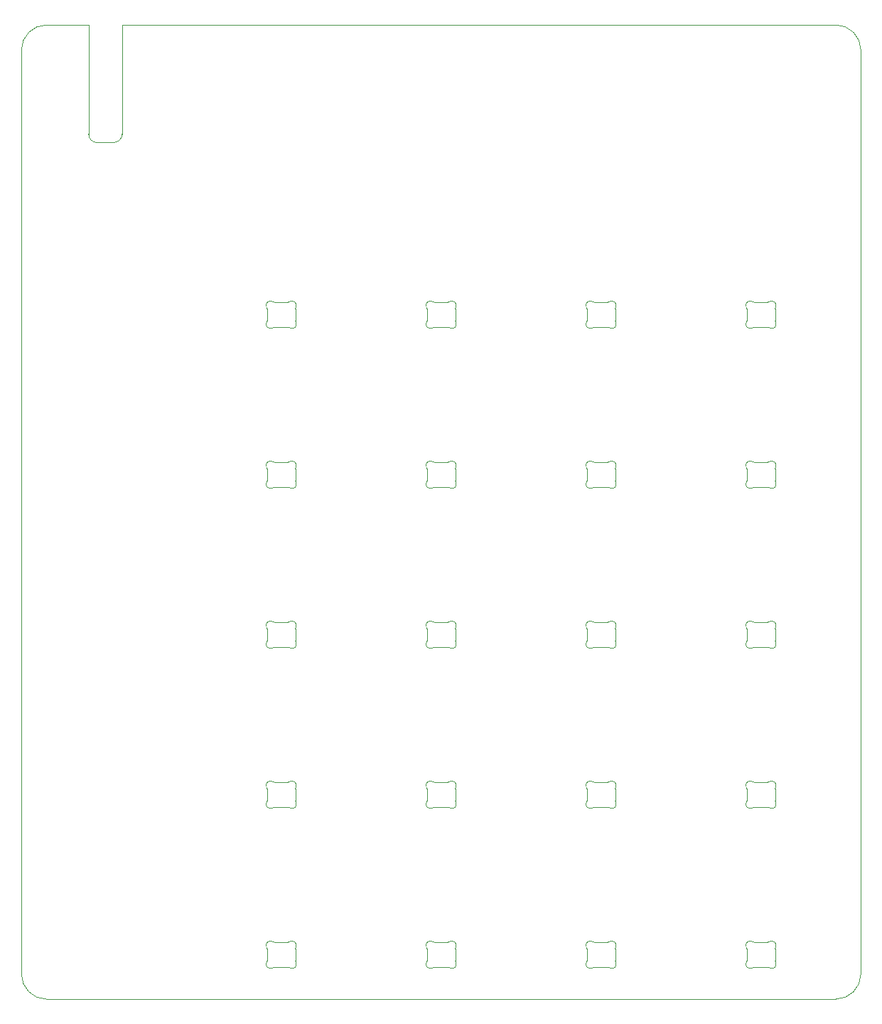
<source format=gbr>
%TF.GenerationSoftware,KiCad,Pcbnew,8.0.0*%
%TF.CreationDate,2024-11-26T10:36:05-05:00*%
%TF.ProjectId,macropad,6d616372-6f70-4616-942e-6b696361645f,v1.0*%
%TF.SameCoordinates,Original*%
%TF.FileFunction,Profile,NP*%
%FSLAX46Y46*%
G04 Gerber Fmt 4.6, Leading zero omitted, Abs format (unit mm)*
G04 Created by KiCad (PCBNEW 8.0.0) date 2024-11-26 10:36:05*
%MOMM*%
%LPD*%
G01*
G04 APERTURE LIST*
%TA.AperFunction,Profile*%
%ADD10C,0.100000*%
%TD*%
G04 APERTURE END LIST*
D10*
X64940000Y-47682402D02*
G75*
G02*
X63940000Y-46682402I0J1000000D01*
G01*
X67940000Y-46682402D02*
G75*
G02*
X66940000Y-47682402I-1000000J0D01*
G01*
X63940000Y-33682402D02*
X58940000Y-33682402D01*
X55940000Y-36682402D02*
X55940000Y-146682402D01*
X67940000Y-33682402D02*
X152940000Y-33682402D01*
X67940000Y-33682402D02*
X67940000Y-46682402D01*
X63940000Y-33682402D02*
X63940000Y-46682402D01*
X152940000Y-149682402D02*
X58940000Y-149682402D01*
X64940000Y-47682402D02*
X66940000Y-47682402D01*
X58940000Y-149682402D02*
G75*
G02*
X55939998Y-146682402I0J3000002D01*
G01*
X155940000Y-36682402D02*
X155940000Y-146682402D01*
X152940000Y-33682402D02*
G75*
G02*
X155939998Y-36682402I0J-2999998D01*
G01*
X55940000Y-36682402D02*
G75*
G02*
X58940000Y-33682400I3000000J2D01*
G01*
X155940000Y-146682402D02*
G75*
G02*
X152940000Y-149682400I-3000000J2D01*
G01*
%TO.C,LED14*%
X123290001Y-126040243D02*
X123290001Y-124634559D01*
X124195548Y-123837402D02*
X125784453Y-123837402D01*
X125784452Y-126837401D02*
X124195548Y-126837401D01*
X126689999Y-124634559D02*
X126689999Y-126040243D01*
X123240515Y-124417681D02*
G75*
G02*
X123290000Y-124634559I-450504J-216876D01*
G01*
X123240517Y-124417681D02*
G75*
G02*
X123943289Y-123769103I450514J216878D01*
G01*
X123290001Y-126040244D02*
G75*
G02*
X123240516Y-126257121I-499990J-1D01*
G01*
X123943289Y-126905697D02*
G75*
G02*
X123240517Y-126257122I-252258J431699D01*
G01*
X123943290Y-126905700D02*
G75*
G02*
X124195548Y-126837401I252261J-431710D01*
G01*
X124195547Y-123837401D02*
G75*
G02*
X123943289Y-123769102I3J500009D01*
G01*
X125784452Y-126837401D02*
G75*
G02*
X126036711Y-126905700I-2J-500011D01*
G01*
X126036710Y-123769102D02*
G75*
G02*
X125784453Y-123837401I-252260J431710D01*
G01*
X126036711Y-123769104D02*
G75*
G02*
X126739483Y-124417680I252259J-431698D01*
G01*
X126689999Y-124634558D02*
G75*
G02*
X126739482Y-124417680I499941J16D01*
G01*
X126739483Y-126257120D02*
G75*
G02*
X126036711Y-126905700I-450513J-216880D01*
G01*
X126739484Y-126257121D02*
G75*
G02*
X126690009Y-126040243I449916J216719D01*
G01*
%TO.C,LED9*%
X85190001Y-106990243D02*
X85190001Y-105584559D01*
X86095548Y-104787402D02*
X87684453Y-104787402D01*
X87684452Y-107787401D02*
X86095548Y-107787401D01*
X88589999Y-105584559D02*
X88589999Y-106990243D01*
X85140515Y-105367681D02*
G75*
G02*
X85190000Y-105584559I-450504J-216876D01*
G01*
X85140517Y-105367681D02*
G75*
G02*
X85843289Y-104719103I450514J216878D01*
G01*
X85190001Y-106990244D02*
G75*
G02*
X85140516Y-107207121I-499990J-1D01*
G01*
X85843289Y-107855697D02*
G75*
G02*
X85140517Y-107207122I-252258J431699D01*
G01*
X85843290Y-107855700D02*
G75*
G02*
X86095548Y-107787401I252261J-431710D01*
G01*
X86095547Y-104787401D02*
G75*
G02*
X85843289Y-104719102I3J500009D01*
G01*
X87684452Y-107787401D02*
G75*
G02*
X87936711Y-107855700I-2J-500011D01*
G01*
X87936710Y-104719102D02*
G75*
G02*
X87684453Y-104787401I-252260J431710D01*
G01*
X87936711Y-104719104D02*
G75*
G02*
X88639483Y-105367680I252259J-431698D01*
G01*
X88589999Y-105584558D02*
G75*
G02*
X88639482Y-105367680I499941J16D01*
G01*
X88639483Y-107207120D02*
G75*
G02*
X87936711Y-107855700I-450513J-216880D01*
G01*
X88639484Y-107207121D02*
G75*
G02*
X88590009Y-106990243I449916J216719D01*
G01*
%TO.C,LED20*%
X142340001Y-145090243D02*
X142340001Y-143684559D01*
X143245548Y-142887402D02*
X144834453Y-142887402D01*
X144834452Y-145887401D02*
X143245548Y-145887401D01*
X145739999Y-143684559D02*
X145739999Y-145090243D01*
X142290515Y-143467681D02*
G75*
G02*
X142340000Y-143684559I-450504J-216876D01*
G01*
X142290517Y-143467681D02*
G75*
G02*
X142993289Y-142819103I450514J216878D01*
G01*
X142340001Y-145090244D02*
G75*
G02*
X142290516Y-145307121I-499990J-1D01*
G01*
X142993289Y-145955697D02*
G75*
G02*
X142290517Y-145307122I-252258J431699D01*
G01*
X142993290Y-145955700D02*
G75*
G02*
X143245548Y-145887401I252261J-431710D01*
G01*
X143245547Y-142887401D02*
G75*
G02*
X142993289Y-142819102I3J500009D01*
G01*
X144834452Y-145887401D02*
G75*
G02*
X145086711Y-145955700I-2J-500011D01*
G01*
X145086710Y-142819102D02*
G75*
G02*
X144834453Y-142887401I-252260J431710D01*
G01*
X145086711Y-142819104D02*
G75*
G02*
X145789483Y-143467680I252259J-431698D01*
G01*
X145739999Y-143684558D02*
G75*
G02*
X145789482Y-143467680I499941J16D01*
G01*
X145789483Y-145307120D02*
G75*
G02*
X145086711Y-145955700I-450513J-216880D01*
G01*
X145789484Y-145307121D02*
G75*
G02*
X145740009Y-145090243I449916J216719D01*
G01*
%TO.C,LED3*%
X123290001Y-68890243D02*
X123290001Y-67484559D01*
X124195548Y-66687402D02*
X125784453Y-66687402D01*
X125784452Y-69687401D02*
X124195548Y-69687401D01*
X126689999Y-67484559D02*
X126689999Y-68890243D01*
X123240515Y-67267681D02*
G75*
G02*
X123290000Y-67484559I-450504J-216876D01*
G01*
X123240517Y-67267681D02*
G75*
G02*
X123943289Y-66619103I450514J216878D01*
G01*
X123290001Y-68890244D02*
G75*
G02*
X123240516Y-69107121I-499990J-1D01*
G01*
X123943289Y-69755697D02*
G75*
G02*
X123240517Y-69107122I-252258J431699D01*
G01*
X123943290Y-69755700D02*
G75*
G02*
X124195548Y-69687401I252261J-431710D01*
G01*
X124195547Y-66687401D02*
G75*
G02*
X123943289Y-66619102I3J500009D01*
G01*
X125784452Y-69687401D02*
G75*
G02*
X126036711Y-69755700I-2J-500011D01*
G01*
X126036710Y-66619102D02*
G75*
G02*
X125784453Y-66687401I-252260J431710D01*
G01*
X126036711Y-66619104D02*
G75*
G02*
X126739483Y-67267680I252259J-431698D01*
G01*
X126689999Y-67484558D02*
G75*
G02*
X126739482Y-67267680I499941J16D01*
G01*
X126739483Y-69107120D02*
G75*
G02*
X126036711Y-69755700I-450513J-216880D01*
G01*
X126739484Y-69107121D02*
G75*
G02*
X126690009Y-68890243I449916J216719D01*
G01*
%TO.C,LED6*%
X123290001Y-87940243D02*
X123290001Y-86534559D01*
X124195548Y-85737402D02*
X125784453Y-85737402D01*
X125784452Y-88737401D02*
X124195548Y-88737401D01*
X126689999Y-86534559D02*
X126689999Y-87940243D01*
X123240515Y-86317681D02*
G75*
G02*
X123290000Y-86534559I-450504J-216876D01*
G01*
X123240517Y-86317681D02*
G75*
G02*
X123943289Y-85669103I450514J216878D01*
G01*
X123290001Y-87940244D02*
G75*
G02*
X123240516Y-88157121I-499990J-1D01*
G01*
X123943289Y-88805697D02*
G75*
G02*
X123240517Y-88157122I-252258J431699D01*
G01*
X123943290Y-88805700D02*
G75*
G02*
X124195548Y-88737401I252261J-431710D01*
G01*
X124195547Y-85737401D02*
G75*
G02*
X123943289Y-85669102I3J500009D01*
G01*
X125784452Y-88737401D02*
G75*
G02*
X126036711Y-88805700I-2J-500011D01*
G01*
X126036710Y-85669102D02*
G75*
G02*
X125784453Y-85737401I-252260J431710D01*
G01*
X126036711Y-85669104D02*
G75*
G02*
X126739483Y-86317680I252259J-431698D01*
G01*
X126689999Y-86534558D02*
G75*
G02*
X126739482Y-86317680I499941J16D01*
G01*
X126739483Y-88157120D02*
G75*
G02*
X126036711Y-88805700I-450513J-216880D01*
G01*
X126739484Y-88157121D02*
G75*
G02*
X126690009Y-87940243I449916J216719D01*
G01*
%TO.C,LED11*%
X123290001Y-106990243D02*
X123290001Y-105584559D01*
X124195548Y-104787402D02*
X125784453Y-104787402D01*
X125784452Y-107787401D02*
X124195548Y-107787401D01*
X126689999Y-105584559D02*
X126689999Y-106990243D01*
X123240515Y-105367681D02*
G75*
G02*
X123290000Y-105584559I-450504J-216876D01*
G01*
X123240517Y-105367681D02*
G75*
G02*
X123943289Y-104719103I450514J216878D01*
G01*
X123290001Y-106990244D02*
G75*
G02*
X123240516Y-107207121I-499990J-1D01*
G01*
X123943289Y-107855697D02*
G75*
G02*
X123240517Y-107207122I-252258J431699D01*
G01*
X123943290Y-107855700D02*
G75*
G02*
X124195548Y-107787401I252261J-431710D01*
G01*
X124195547Y-104787401D02*
G75*
G02*
X123943289Y-104719102I3J500009D01*
G01*
X125784452Y-107787401D02*
G75*
G02*
X126036711Y-107855700I-2J-500011D01*
G01*
X126036710Y-104719102D02*
G75*
G02*
X125784453Y-104787401I-252260J431710D01*
G01*
X126036711Y-104719104D02*
G75*
G02*
X126739483Y-105367680I252259J-431698D01*
G01*
X126689999Y-105584558D02*
G75*
G02*
X126739482Y-105367680I499941J16D01*
G01*
X126739483Y-107207120D02*
G75*
G02*
X126036711Y-107855700I-450513J-216880D01*
G01*
X126739484Y-107207121D02*
G75*
G02*
X126690009Y-106990243I449916J216719D01*
G01*
%TO.C,LED5*%
X142340001Y-87940243D02*
X142340001Y-86534559D01*
X143245548Y-85737402D02*
X144834453Y-85737402D01*
X144834452Y-88737401D02*
X143245548Y-88737401D01*
X145739999Y-86534559D02*
X145739999Y-87940243D01*
X142290515Y-86317681D02*
G75*
G02*
X142340000Y-86534559I-450504J-216876D01*
G01*
X142290517Y-86317681D02*
G75*
G02*
X142993289Y-85669103I450514J216878D01*
G01*
X142340001Y-87940244D02*
G75*
G02*
X142290516Y-88157121I-499990J-1D01*
G01*
X142993289Y-88805697D02*
G75*
G02*
X142290517Y-88157122I-252258J431699D01*
G01*
X142993290Y-88805700D02*
G75*
G02*
X143245548Y-88737401I252261J-431710D01*
G01*
X143245547Y-85737401D02*
G75*
G02*
X142993289Y-85669102I3J500009D01*
G01*
X144834452Y-88737401D02*
G75*
G02*
X145086711Y-88805700I-2J-500011D01*
G01*
X145086710Y-85669102D02*
G75*
G02*
X144834453Y-85737401I-252260J431710D01*
G01*
X145086711Y-85669104D02*
G75*
G02*
X145789483Y-86317680I252259J-431698D01*
G01*
X145739999Y-86534558D02*
G75*
G02*
X145789482Y-86317680I499941J16D01*
G01*
X145789483Y-88157120D02*
G75*
G02*
X145086711Y-88805700I-450513J-216880D01*
G01*
X145789484Y-88157121D02*
G75*
G02*
X145740009Y-87940243I449916J216719D01*
G01*
%TO.C,LED17*%
X85190001Y-145090243D02*
X85190001Y-143684559D01*
X86095548Y-142887402D02*
X87684453Y-142887402D01*
X87684452Y-145887401D02*
X86095548Y-145887401D01*
X88589999Y-143684559D02*
X88589999Y-145090243D01*
X85140515Y-143467681D02*
G75*
G02*
X85190000Y-143684559I-450504J-216876D01*
G01*
X85140517Y-143467681D02*
G75*
G02*
X85843289Y-142819103I450514J216878D01*
G01*
X85190001Y-145090244D02*
G75*
G02*
X85140516Y-145307121I-499990J-1D01*
G01*
X85843289Y-145955697D02*
G75*
G02*
X85140517Y-145307122I-252258J431699D01*
G01*
X85843290Y-145955700D02*
G75*
G02*
X86095548Y-145887401I252261J-431710D01*
G01*
X86095547Y-142887401D02*
G75*
G02*
X85843289Y-142819102I3J500009D01*
G01*
X87684452Y-145887401D02*
G75*
G02*
X87936711Y-145955700I-2J-500011D01*
G01*
X87936710Y-142819102D02*
G75*
G02*
X87684453Y-142887401I-252260J431710D01*
G01*
X87936711Y-142819104D02*
G75*
G02*
X88639483Y-143467680I252259J-431698D01*
G01*
X88589999Y-143684558D02*
G75*
G02*
X88639482Y-143467680I499941J16D01*
G01*
X88639483Y-145307120D02*
G75*
G02*
X87936711Y-145955700I-450513J-216880D01*
G01*
X88639484Y-145307121D02*
G75*
G02*
X88590009Y-145090243I449916J216719D01*
G01*
%TO.C,LED16*%
X85190001Y-126040243D02*
X85190001Y-124634559D01*
X86095548Y-123837402D02*
X87684453Y-123837402D01*
X87684452Y-126837401D02*
X86095548Y-126837401D01*
X88589999Y-124634559D02*
X88589999Y-126040243D01*
X85140515Y-124417681D02*
G75*
G02*
X85190000Y-124634559I-450504J-216876D01*
G01*
X85140517Y-124417681D02*
G75*
G02*
X85843289Y-123769103I450514J216878D01*
G01*
X85190001Y-126040244D02*
G75*
G02*
X85140516Y-126257121I-499990J-1D01*
G01*
X85843289Y-126905697D02*
G75*
G02*
X85140517Y-126257122I-252258J431699D01*
G01*
X85843290Y-126905700D02*
G75*
G02*
X86095548Y-126837401I252261J-431710D01*
G01*
X86095547Y-123837401D02*
G75*
G02*
X85843289Y-123769102I3J500009D01*
G01*
X87684452Y-126837401D02*
G75*
G02*
X87936711Y-126905700I-2J-500011D01*
G01*
X87936710Y-123769102D02*
G75*
G02*
X87684453Y-123837401I-252260J431710D01*
G01*
X87936711Y-123769104D02*
G75*
G02*
X88639483Y-124417680I252259J-431698D01*
G01*
X88589999Y-124634558D02*
G75*
G02*
X88639482Y-124417680I499941J16D01*
G01*
X88639483Y-126257120D02*
G75*
G02*
X87936711Y-126905700I-450513J-216880D01*
G01*
X88639484Y-126257121D02*
G75*
G02*
X88590009Y-126040243I449916J216719D01*
G01*
%TO.C,LED13*%
X142340001Y-126040243D02*
X142340001Y-124634559D01*
X143245548Y-123837402D02*
X144834453Y-123837402D01*
X144834452Y-126837401D02*
X143245548Y-126837401D01*
X145739999Y-124634559D02*
X145739999Y-126040243D01*
X142290515Y-124417681D02*
G75*
G02*
X142340000Y-124634559I-450504J-216876D01*
G01*
X142290517Y-124417681D02*
G75*
G02*
X142993289Y-123769103I450514J216878D01*
G01*
X142340001Y-126040244D02*
G75*
G02*
X142290516Y-126257121I-499990J-1D01*
G01*
X142993289Y-126905697D02*
G75*
G02*
X142290517Y-126257122I-252258J431699D01*
G01*
X142993290Y-126905700D02*
G75*
G02*
X143245548Y-126837401I252261J-431710D01*
G01*
X143245547Y-123837401D02*
G75*
G02*
X142993289Y-123769102I3J500009D01*
G01*
X144834452Y-126837401D02*
G75*
G02*
X145086711Y-126905700I-2J-500011D01*
G01*
X145086710Y-123769102D02*
G75*
G02*
X144834453Y-123837401I-252260J431710D01*
G01*
X145086711Y-123769104D02*
G75*
G02*
X145789483Y-124417680I252259J-431698D01*
G01*
X145739999Y-124634558D02*
G75*
G02*
X145789482Y-124417680I499941J16D01*
G01*
X145789483Y-126257120D02*
G75*
G02*
X145086711Y-126905700I-450513J-216880D01*
G01*
X145789484Y-126257121D02*
G75*
G02*
X145740009Y-126040243I449916J216719D01*
G01*
%TO.C,LED1*%
X85190001Y-68890243D02*
X85190001Y-67484559D01*
X86095548Y-66687402D02*
X87684453Y-66687402D01*
X87684452Y-69687401D02*
X86095548Y-69687401D01*
X88589999Y-67484559D02*
X88589999Y-68890243D01*
X85140515Y-67267681D02*
G75*
G02*
X85190000Y-67484559I-450504J-216876D01*
G01*
X85140517Y-67267681D02*
G75*
G02*
X85843289Y-66619103I450514J216878D01*
G01*
X85190001Y-68890244D02*
G75*
G02*
X85140516Y-69107121I-499990J-1D01*
G01*
X85843289Y-69755697D02*
G75*
G02*
X85140517Y-69107122I-252258J431699D01*
G01*
X85843290Y-69755700D02*
G75*
G02*
X86095548Y-69687401I252261J-431710D01*
G01*
X86095547Y-66687401D02*
G75*
G02*
X85843289Y-66619102I3J500009D01*
G01*
X87684452Y-69687401D02*
G75*
G02*
X87936711Y-69755700I-2J-500011D01*
G01*
X87936710Y-66619102D02*
G75*
G02*
X87684453Y-66687401I-252260J431710D01*
G01*
X87936711Y-66619104D02*
G75*
G02*
X88639483Y-67267680I252259J-431698D01*
G01*
X88589999Y-67484558D02*
G75*
G02*
X88639482Y-67267680I499941J16D01*
G01*
X88639483Y-69107120D02*
G75*
G02*
X87936711Y-69755700I-450513J-216880D01*
G01*
X88639484Y-69107121D02*
G75*
G02*
X88590009Y-68890243I449916J216719D01*
G01*
%TO.C,LED2*%
X104240001Y-68890243D02*
X104240001Y-67484559D01*
X105145548Y-66687402D02*
X106734453Y-66687402D01*
X106734452Y-69687401D02*
X105145548Y-69687401D01*
X107639999Y-67484559D02*
X107639999Y-68890243D01*
X104190515Y-67267681D02*
G75*
G02*
X104240000Y-67484559I-450504J-216876D01*
G01*
X104190517Y-67267681D02*
G75*
G02*
X104893289Y-66619103I450514J216878D01*
G01*
X104240001Y-68890244D02*
G75*
G02*
X104190516Y-69107121I-499990J-1D01*
G01*
X104893289Y-69755697D02*
G75*
G02*
X104190517Y-69107122I-252258J431699D01*
G01*
X104893290Y-69755700D02*
G75*
G02*
X105145548Y-69687401I252261J-431710D01*
G01*
X105145547Y-66687401D02*
G75*
G02*
X104893289Y-66619102I3J500009D01*
G01*
X106734452Y-69687401D02*
G75*
G02*
X106986711Y-69755700I-2J-500011D01*
G01*
X106986710Y-66619102D02*
G75*
G02*
X106734453Y-66687401I-252260J431710D01*
G01*
X106986711Y-66619104D02*
G75*
G02*
X107689483Y-67267680I252259J-431698D01*
G01*
X107639999Y-67484558D02*
G75*
G02*
X107689482Y-67267680I499941J16D01*
G01*
X107689483Y-69107120D02*
G75*
G02*
X106986711Y-69755700I-450513J-216880D01*
G01*
X107689484Y-69107121D02*
G75*
G02*
X107640009Y-68890243I449916J216719D01*
G01*
%TO.C,LED4*%
X142340001Y-68890243D02*
X142340001Y-67484559D01*
X143245548Y-66687402D02*
X144834453Y-66687402D01*
X144834452Y-69687401D02*
X143245548Y-69687401D01*
X145739999Y-67484559D02*
X145739999Y-68890243D01*
X142290515Y-67267681D02*
G75*
G02*
X142340000Y-67484559I-450504J-216876D01*
G01*
X142290517Y-67267681D02*
G75*
G02*
X142993289Y-66619103I450514J216878D01*
G01*
X142340001Y-68890244D02*
G75*
G02*
X142290516Y-69107121I-499990J-1D01*
G01*
X142993289Y-69755697D02*
G75*
G02*
X142290517Y-69107122I-252258J431699D01*
G01*
X142993290Y-69755700D02*
G75*
G02*
X143245548Y-69687401I252261J-431710D01*
G01*
X143245547Y-66687401D02*
G75*
G02*
X142993289Y-66619102I3J500009D01*
G01*
X144834452Y-69687401D02*
G75*
G02*
X145086711Y-69755700I-2J-500011D01*
G01*
X145086710Y-66619102D02*
G75*
G02*
X144834453Y-66687401I-252260J431710D01*
G01*
X145086711Y-66619104D02*
G75*
G02*
X145789483Y-67267680I252259J-431698D01*
G01*
X145739999Y-67484558D02*
G75*
G02*
X145789482Y-67267680I499941J16D01*
G01*
X145789483Y-69107120D02*
G75*
G02*
X145086711Y-69755700I-450513J-216880D01*
G01*
X145789484Y-69107121D02*
G75*
G02*
X145740009Y-68890243I449916J216719D01*
G01*
%TO.C,LED10*%
X104240001Y-106990243D02*
X104240001Y-105584559D01*
X105145548Y-104787402D02*
X106734453Y-104787402D01*
X106734452Y-107787401D02*
X105145548Y-107787401D01*
X107639999Y-105584559D02*
X107639999Y-106990243D01*
X104190515Y-105367681D02*
G75*
G02*
X104240000Y-105584559I-450504J-216876D01*
G01*
X104190517Y-105367681D02*
G75*
G02*
X104893289Y-104719103I450514J216878D01*
G01*
X104240001Y-106990244D02*
G75*
G02*
X104190516Y-107207121I-499990J-1D01*
G01*
X104893289Y-107855697D02*
G75*
G02*
X104190517Y-107207122I-252258J431699D01*
G01*
X104893290Y-107855700D02*
G75*
G02*
X105145548Y-107787401I252261J-431710D01*
G01*
X105145547Y-104787401D02*
G75*
G02*
X104893289Y-104719102I3J500009D01*
G01*
X106734452Y-107787401D02*
G75*
G02*
X106986711Y-107855700I-2J-500011D01*
G01*
X106986710Y-104719102D02*
G75*
G02*
X106734453Y-104787401I-252260J431710D01*
G01*
X106986711Y-104719104D02*
G75*
G02*
X107689483Y-105367680I252259J-431698D01*
G01*
X107639999Y-105584558D02*
G75*
G02*
X107689482Y-105367680I499941J16D01*
G01*
X107689483Y-107207120D02*
G75*
G02*
X106986711Y-107855700I-450513J-216880D01*
G01*
X107689484Y-107207121D02*
G75*
G02*
X107640009Y-106990243I449916J216719D01*
G01*
%TO.C,LED21*%
X123290001Y-145090243D02*
X123290001Y-143684559D01*
X124195548Y-142887402D02*
X125784453Y-142887402D01*
X125784452Y-145887401D02*
X124195548Y-145887401D01*
X126689999Y-143684559D02*
X126689999Y-145090243D01*
X123240515Y-143467681D02*
G75*
G02*
X123290000Y-143684559I-450504J-216876D01*
G01*
X123240517Y-143467681D02*
G75*
G02*
X123943289Y-142819103I450514J216878D01*
G01*
X123290001Y-145090244D02*
G75*
G02*
X123240516Y-145307121I-499990J-1D01*
G01*
X123943289Y-145955697D02*
G75*
G02*
X123240517Y-145307122I-252258J431699D01*
G01*
X123943290Y-145955700D02*
G75*
G02*
X124195548Y-145887401I252261J-431710D01*
G01*
X124195547Y-142887401D02*
G75*
G02*
X123943289Y-142819102I3J500009D01*
G01*
X125784452Y-145887401D02*
G75*
G02*
X126036711Y-145955700I-2J-500011D01*
G01*
X126036710Y-142819102D02*
G75*
G02*
X125784453Y-142887401I-252260J431710D01*
G01*
X126036711Y-142819104D02*
G75*
G02*
X126739483Y-143467680I252259J-431698D01*
G01*
X126689999Y-143684558D02*
G75*
G02*
X126739482Y-143467680I499941J16D01*
G01*
X126739483Y-145307120D02*
G75*
G02*
X126036711Y-145955700I-450513J-216880D01*
G01*
X126739484Y-145307121D02*
G75*
G02*
X126690009Y-145090243I449916J216719D01*
G01*
%TO.C,LED8*%
X85190001Y-87940243D02*
X85190001Y-86534559D01*
X86095548Y-85737402D02*
X87684453Y-85737402D01*
X87684452Y-88737401D02*
X86095548Y-88737401D01*
X88589999Y-86534559D02*
X88589999Y-87940243D01*
X85140515Y-86317681D02*
G75*
G02*
X85190000Y-86534559I-450504J-216876D01*
G01*
X85140517Y-86317681D02*
G75*
G02*
X85843289Y-85669103I450514J216878D01*
G01*
X85190001Y-87940244D02*
G75*
G02*
X85140516Y-88157121I-499990J-1D01*
G01*
X85843289Y-88805697D02*
G75*
G02*
X85140517Y-88157122I-252258J431699D01*
G01*
X85843290Y-88805700D02*
G75*
G02*
X86095548Y-88737401I252261J-431710D01*
G01*
X86095547Y-85737401D02*
G75*
G02*
X85843289Y-85669102I3J500009D01*
G01*
X87684452Y-88737401D02*
G75*
G02*
X87936711Y-88805700I-2J-500011D01*
G01*
X87936710Y-85669102D02*
G75*
G02*
X87684453Y-85737401I-252260J431710D01*
G01*
X87936711Y-85669104D02*
G75*
G02*
X88639483Y-86317680I252259J-431698D01*
G01*
X88589999Y-86534558D02*
G75*
G02*
X88639482Y-86317680I499941J16D01*
G01*
X88639483Y-88157120D02*
G75*
G02*
X87936711Y-88805700I-450513J-216880D01*
G01*
X88639484Y-88157121D02*
G75*
G02*
X88590009Y-87940243I449916J216719D01*
G01*
%TO.C,LED18*%
X104240001Y-145090243D02*
X104240001Y-143684559D01*
X105145548Y-142887402D02*
X106734453Y-142887402D01*
X106734452Y-145887401D02*
X105145548Y-145887401D01*
X107639999Y-143684559D02*
X107639999Y-145090243D01*
X104190515Y-143467681D02*
G75*
G02*
X104240000Y-143684559I-450504J-216876D01*
G01*
X104190517Y-143467681D02*
G75*
G02*
X104893289Y-142819103I450514J216878D01*
G01*
X104240001Y-145090244D02*
G75*
G02*
X104190516Y-145307121I-499990J-1D01*
G01*
X104893289Y-145955697D02*
G75*
G02*
X104190517Y-145307122I-252258J431699D01*
G01*
X104893290Y-145955700D02*
G75*
G02*
X105145548Y-145887401I252261J-431710D01*
G01*
X105145547Y-142887401D02*
G75*
G02*
X104893289Y-142819102I3J500009D01*
G01*
X106734452Y-145887401D02*
G75*
G02*
X106986711Y-145955700I-2J-500011D01*
G01*
X106986710Y-142819102D02*
G75*
G02*
X106734453Y-142887401I-252260J431710D01*
G01*
X106986711Y-142819104D02*
G75*
G02*
X107689483Y-143467680I252259J-431698D01*
G01*
X107639999Y-143684558D02*
G75*
G02*
X107689482Y-143467680I499941J16D01*
G01*
X107689483Y-145307120D02*
G75*
G02*
X106986711Y-145955700I-450513J-216880D01*
G01*
X107689484Y-145307121D02*
G75*
G02*
X107640009Y-145090243I449916J216719D01*
G01*
%TO.C,LED7*%
X104240001Y-87940243D02*
X104240001Y-86534559D01*
X105145548Y-85737402D02*
X106734453Y-85737402D01*
X106734452Y-88737401D02*
X105145548Y-88737401D01*
X107639999Y-86534559D02*
X107639999Y-87940243D01*
X104190515Y-86317681D02*
G75*
G02*
X104240000Y-86534559I-450504J-216876D01*
G01*
X104190517Y-86317681D02*
G75*
G02*
X104893289Y-85669103I450514J216878D01*
G01*
X104240001Y-87940244D02*
G75*
G02*
X104190516Y-88157121I-499990J-1D01*
G01*
X104893289Y-88805697D02*
G75*
G02*
X104190517Y-88157122I-252258J431699D01*
G01*
X104893290Y-88805700D02*
G75*
G02*
X105145548Y-88737401I252261J-431710D01*
G01*
X105145547Y-85737401D02*
G75*
G02*
X104893289Y-85669102I3J500009D01*
G01*
X106734452Y-88737401D02*
G75*
G02*
X106986711Y-88805700I-2J-500011D01*
G01*
X106986710Y-85669102D02*
G75*
G02*
X106734453Y-85737401I-252260J431710D01*
G01*
X106986711Y-85669104D02*
G75*
G02*
X107689483Y-86317680I252259J-431698D01*
G01*
X107639999Y-86534558D02*
G75*
G02*
X107689482Y-86317680I499941J16D01*
G01*
X107689483Y-88157120D02*
G75*
G02*
X106986711Y-88805700I-450513J-216880D01*
G01*
X107689484Y-88157121D02*
G75*
G02*
X107640009Y-87940243I449916J216719D01*
G01*
%TO.C,LED12*%
X142340001Y-106990243D02*
X142340001Y-105584559D01*
X143245548Y-104787402D02*
X144834453Y-104787402D01*
X144834452Y-107787401D02*
X143245548Y-107787401D01*
X145739999Y-105584559D02*
X145739999Y-106990243D01*
X142290515Y-105367681D02*
G75*
G02*
X142340000Y-105584559I-450504J-216876D01*
G01*
X142290517Y-105367681D02*
G75*
G02*
X142993289Y-104719103I450514J216878D01*
G01*
X142340001Y-106990244D02*
G75*
G02*
X142290516Y-107207121I-499990J-1D01*
G01*
X142993289Y-107855697D02*
G75*
G02*
X142290517Y-107207122I-252258J431699D01*
G01*
X142993290Y-107855700D02*
G75*
G02*
X143245548Y-107787401I252261J-431710D01*
G01*
X143245547Y-104787401D02*
G75*
G02*
X142993289Y-104719102I3J500009D01*
G01*
X144834452Y-107787401D02*
G75*
G02*
X145086711Y-107855700I-2J-500011D01*
G01*
X145086710Y-104719102D02*
G75*
G02*
X144834453Y-104787401I-252260J431710D01*
G01*
X145086711Y-104719104D02*
G75*
G02*
X145789483Y-105367680I252259J-431698D01*
G01*
X145739999Y-105584558D02*
G75*
G02*
X145789482Y-105367680I499941J16D01*
G01*
X145789483Y-107207120D02*
G75*
G02*
X145086711Y-107855700I-450513J-216880D01*
G01*
X145789484Y-107207121D02*
G75*
G02*
X145740009Y-106990243I449916J216719D01*
G01*
%TO.C,LED15*%
X104240001Y-126040243D02*
X104240001Y-124634559D01*
X105145548Y-123837402D02*
X106734453Y-123837402D01*
X106734452Y-126837401D02*
X105145548Y-126837401D01*
X107639999Y-124634559D02*
X107639999Y-126040243D01*
X104190515Y-124417681D02*
G75*
G02*
X104240000Y-124634559I-450504J-216876D01*
G01*
X104190517Y-124417681D02*
G75*
G02*
X104893289Y-123769103I450514J216878D01*
G01*
X104240001Y-126040244D02*
G75*
G02*
X104190516Y-126257121I-499990J-1D01*
G01*
X104893289Y-126905697D02*
G75*
G02*
X104190517Y-126257122I-252258J431699D01*
G01*
X104893290Y-126905700D02*
G75*
G02*
X105145548Y-126837401I252261J-431710D01*
G01*
X105145547Y-123837401D02*
G75*
G02*
X104893289Y-123769102I3J500009D01*
G01*
X106734452Y-126837401D02*
G75*
G02*
X106986711Y-126905700I-2J-500011D01*
G01*
X106986710Y-123769102D02*
G75*
G02*
X106734453Y-123837401I-252260J431710D01*
G01*
X106986711Y-123769104D02*
G75*
G02*
X107689483Y-124417680I252259J-431698D01*
G01*
X107639999Y-124634558D02*
G75*
G02*
X107689482Y-124417680I499941J16D01*
G01*
X107689483Y-126257120D02*
G75*
G02*
X106986711Y-126905700I-450513J-216880D01*
G01*
X107689484Y-126257121D02*
G75*
G02*
X107640009Y-126040243I449916J216719D01*
G01*
%TD*%
M02*

</source>
